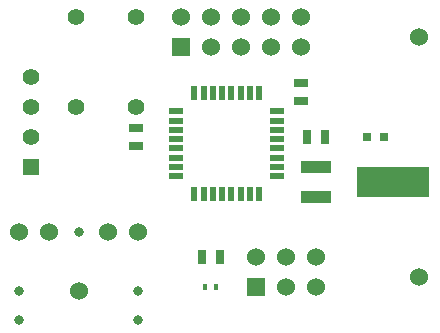
<source format=gts>
G04 (created by PCBNEW (2013-04-19 BZR 4011)-stable) date 6/9/2013 6:15:15 PM*
%MOIN*%
G04 Gerber Fmt 3.4, Leading zero omitted, Abs format*
%FSLAX34Y34*%
G01*
G70*
G90*
G04 APERTURE LIST*
%ADD10C,0.006*%
%ADD11R,0.055X0.055*%
%ADD12C,0.055*%
%ADD13R,0.06X0.06*%
%ADD14C,0.06*%
%ADD15R,0.045X0.025*%
%ADD16R,0.025X0.045*%
%ADD17R,0.0314X0.0314*%
%ADD18R,0.099X0.04*%
%ADD19R,0.24X0.099*%
%ADD20R,0.0157X0.0236*%
%ADD21R,0.022X0.05*%
%ADD22R,0.05X0.022*%
%ADD23C,0.0314961*%
G04 APERTURE END LIST*
G54D10*
G54D11*
X72000Y-44000D03*
G54D12*
X72000Y-43000D03*
X72000Y-42000D03*
X72000Y-41000D03*
G54D13*
X77000Y-40000D03*
G54D14*
X77000Y-39000D03*
X78000Y-40000D03*
X78000Y-39000D03*
X79000Y-40000D03*
X79000Y-39000D03*
X80000Y-40000D03*
X80000Y-39000D03*
X81000Y-40000D03*
X81000Y-39000D03*
G54D13*
X79500Y-48000D03*
G54D14*
X79500Y-47000D03*
X80500Y-48000D03*
X80500Y-47000D03*
X81500Y-48000D03*
X81500Y-47000D03*
G54D15*
X75500Y-42700D03*
X75500Y-43300D03*
G54D12*
X73500Y-39000D03*
X75500Y-39000D03*
X73500Y-42000D03*
X75500Y-42000D03*
G54D16*
X81200Y-43000D03*
X81800Y-43000D03*
G54D17*
X83205Y-43000D03*
X83795Y-43000D03*
G54D18*
X81505Y-44000D03*
X81505Y-45000D03*
G54D19*
X84090Y-44500D03*
G54D16*
X78300Y-47000D03*
X77700Y-47000D03*
G54D15*
X81000Y-41800D03*
X81000Y-41200D03*
G54D14*
X84960Y-39672D03*
X84960Y-47664D03*
G54D20*
X77823Y-48000D03*
X78177Y-48000D03*
G54D21*
X77460Y-44910D03*
X77770Y-44910D03*
X78080Y-44910D03*
X78390Y-44910D03*
X78690Y-44910D03*
X79000Y-44910D03*
X79310Y-44910D03*
X79620Y-44910D03*
G54D22*
X80230Y-44300D03*
X80230Y-43990D03*
X80230Y-43680D03*
X80230Y-43370D03*
X80230Y-43070D03*
X80230Y-42760D03*
X80230Y-42450D03*
X80230Y-42140D03*
G54D21*
X79620Y-41530D03*
X79310Y-41530D03*
X79000Y-41530D03*
X78690Y-41530D03*
X78390Y-41530D03*
X78080Y-41530D03*
X77770Y-41530D03*
X77460Y-41530D03*
G54D22*
X76850Y-42140D03*
X76850Y-42450D03*
X76850Y-42760D03*
X76850Y-43070D03*
X76850Y-43370D03*
X76850Y-43680D03*
X76850Y-43990D03*
X76850Y-44300D03*
G54D14*
X71631Y-46153D03*
X72615Y-46153D03*
X74584Y-46153D03*
X75568Y-46153D03*
X73600Y-48122D03*
G54D23*
X71631Y-48122D03*
X75568Y-48122D03*
X75568Y-49106D03*
X71631Y-49106D03*
X73600Y-46153D03*
M02*

</source>
